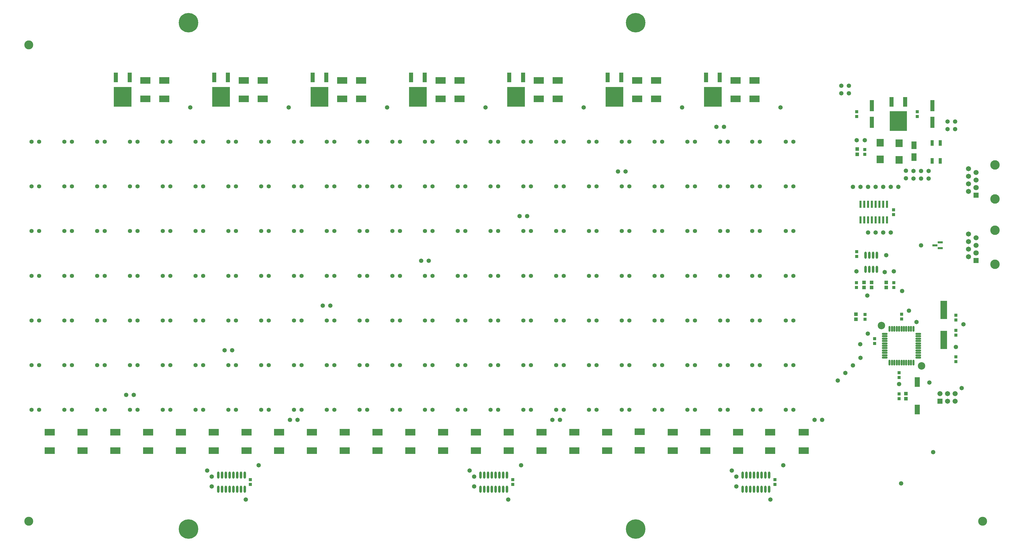
<source format=gts>
%FSLAX25Y25*%
%MOIN*%
G70*
G01*
G75*
G04 Layer_Color=8388736*
%ADD10C,0.03937*%
%ADD11R,0.12992X0.07874*%
%ADD12R,0.22638X0.25590*%
%ADD13R,0.04921X0.12008*%
%ADD14O,0.02362X0.08661*%
%ADD15R,0.03543X0.03543*%
%ADD16O,0.02165X0.06890*%
%ADD17O,0.06890X0.02165*%
%ADD18R,0.03347X0.03347*%
%ADD19R,0.03937X0.03937*%
%ADD20R,0.06299X0.11811*%
%ADD21R,0.07874X0.23622*%
%ADD22R,0.06299X0.02362*%
%ADD23R,0.04724X0.13780*%
%ADD24R,0.08661X0.09252*%
%ADD25R,0.06102X0.09252*%
%ADD26R,0.03347X0.06693*%
%ADD27R,0.21850X0.25590*%
%ADD28R,0.02362X0.08661*%
%ADD29C,0.05000*%
%ADD30C,0.02000*%
%ADD31C,0.03000*%
%ADD32C,0.01500*%
%ADD33C,0.02500*%
%ADD34C,0.01000*%
%ADD35C,0.25000*%
%ADD36C,0.04724*%
%ADD37C,0.04724*%
%ADD38R,0.05906X0.05906*%
%ADD39C,0.05906*%
%ADD40C,0.05906*%
%ADD41C,0.06299*%
%ADD42C,0.11614*%
%ADD43R,0.05906X0.05906*%
%ADD44C,0.05000*%
%ADD45C,0.03937*%
%ADD46C,0.00984*%
%ADD47C,0.02362*%
%ADD48C,0.00787*%
%ADD49C,0.11811*%
%ADD50R,0.13792X0.08674*%
%ADD51R,0.23438X0.26391*%
%ADD52R,0.05721X0.12808*%
%ADD53O,0.03162X0.09461*%
%ADD54R,0.04343X0.04343*%
%ADD55O,0.02965X0.07690*%
%ADD56O,0.07690X0.02965*%
%ADD57C,0.09843*%
%ADD58R,0.04147X0.04147*%
%ADD59R,0.04737X0.04737*%
%ADD60R,0.07099X0.12611*%
%ADD61R,0.08674X0.24422*%
%ADD62R,0.07099X0.03162*%
%ADD63R,0.05524X0.14579*%
%ADD64R,0.09461X0.10052*%
%ADD65R,0.06902X0.10052*%
%ADD66R,0.04147X0.07493*%
%ADD67R,0.22650X0.26391*%
%ADD68R,0.03162X0.09461*%
%ADD69C,0.25800*%
%ADD70C,0.05524*%
%ADD71C,0.05524*%
%ADD72R,0.06706X0.06706*%
%ADD73C,0.06706*%
%ADD74C,0.06706*%
%ADD75C,0.07099*%
%ADD76C,0.12414*%
%ADD77R,0.06706X0.06706*%
%ADD78C,0.05800*%
D49*
X472441Y708661D02*
D03*
X1732284Y78740D02*
D03*
X472441D02*
D03*
D50*
X1496063Y196551D02*
D03*
Y172142D02*
D03*
X1276079Y661705D02*
D03*
Y637295D02*
D03*
X1146157Y661705D02*
D03*
Y637295D02*
D03*
X1016236Y661705D02*
D03*
Y637295D02*
D03*
X886315Y661705D02*
D03*
Y637295D02*
D03*
X756394Y661705D02*
D03*
Y637295D02*
D03*
X626472Y661705D02*
D03*
Y637295D02*
D03*
X1301079Y637295D02*
D03*
X1171157D02*
D03*
X1041236D02*
D03*
X911315D02*
D03*
X781394D02*
D03*
X651472Y637295D02*
D03*
Y661705D02*
D03*
X781394Y661705D02*
D03*
X911315D02*
D03*
X1041236D02*
D03*
X1171157D02*
D03*
X1301079D02*
D03*
X933071Y172142D02*
D03*
X976378D02*
D03*
X1019685D02*
D03*
X1062992D02*
D03*
X1106299D02*
D03*
X1149606D02*
D03*
Y196551D02*
D03*
X1106299D02*
D03*
X1062992D02*
D03*
X1019685D02*
D03*
X976378D02*
D03*
X933071D02*
D03*
X500000Y172142D02*
D03*
X543307D02*
D03*
X586614D02*
D03*
X629921D02*
D03*
X673228D02*
D03*
X716535D02*
D03*
X759842D02*
D03*
X803150D02*
D03*
X846457D02*
D03*
X889764D02*
D03*
Y196551D02*
D03*
X846457D02*
D03*
X803150D02*
D03*
X759842D02*
D03*
X716535D02*
D03*
X673228D02*
D03*
X629921D02*
D03*
X586614D02*
D03*
X543307D02*
D03*
X500000D02*
D03*
X1406000Y661705D02*
D03*
Y637295D02*
D03*
X1431000Y637295D02*
D03*
Y661705D02*
D03*
X1192913Y196551D02*
D03*
X1236220D02*
D03*
X1322835Y172142D02*
D03*
Y196551D02*
D03*
X1192913Y172142D02*
D03*
X1236220D02*
D03*
X1279315Y172693D02*
D03*
Y197102D02*
D03*
X1366142Y172142D02*
D03*
Y196551D02*
D03*
X1409449Y172142D02*
D03*
Y196551D02*
D03*
X1451740Y172134D02*
D03*
Y196543D02*
D03*
D51*
X1246079Y640051D02*
D03*
X1116158D02*
D03*
X986236D02*
D03*
X856315D02*
D03*
X726394Y640051D02*
D03*
X596472D02*
D03*
X1376000Y640051D02*
D03*
D52*
X1255134Y665445D02*
D03*
X1125213D02*
D03*
X995291D02*
D03*
X865370D02*
D03*
X735449Y665445D02*
D03*
X605528D02*
D03*
X587417D02*
D03*
X717339D02*
D03*
X847260Y665445D02*
D03*
X977181D02*
D03*
X1107102D02*
D03*
X1237024D02*
D03*
X1385055D02*
D03*
X1366945D02*
D03*
X1612055Y633149D02*
D03*
X1630087D02*
D03*
D53*
X1104004Y121150D02*
D03*
X1099004D02*
D03*
X1084004D02*
D03*
X1079004D02*
D03*
X1074004D02*
D03*
X1069004D02*
D03*
Y140047D02*
D03*
X1079004D02*
D03*
X1084004D02*
D03*
X1089004D02*
D03*
X1094004D02*
D03*
X1099004D02*
D03*
X1094004Y121150D02*
D03*
X1089004D02*
D03*
X1104004Y140047D02*
D03*
X1074004D02*
D03*
X757547Y121150D02*
D03*
X752547D02*
D03*
X747547D02*
D03*
X742547D02*
D03*
X737547D02*
D03*
X732547D02*
D03*
X727547D02*
D03*
X722547D02*
D03*
Y140047D02*
D03*
X727547D02*
D03*
X732547D02*
D03*
X737547D02*
D03*
X742547D02*
D03*
X747547D02*
D03*
X752547D02*
D03*
X757547D02*
D03*
X1450461Y121150D02*
D03*
X1440461D02*
D03*
X1435461D02*
D03*
X1430461D02*
D03*
X1425461D02*
D03*
X1415461D02*
D03*
Y140047D02*
D03*
X1420461D02*
D03*
X1425461D02*
D03*
X1430461D02*
D03*
X1435461D02*
D03*
X1440461D02*
D03*
X1450461D02*
D03*
X1445461D02*
D03*
X1420461Y121150D02*
D03*
X1445461D02*
D03*
X1577571Y430654D02*
D03*
X1592571Y411756D02*
D03*
X1587571D02*
D03*
X1582571D02*
D03*
X1577571D02*
D03*
X1592571Y430654D02*
D03*
X1587571D02*
D03*
X1582571D02*
D03*
D54*
X765047Y127449D02*
D03*
Y133748D02*
D03*
X1111504Y127449D02*
D03*
Y133748D02*
D03*
X1457961Y127449D02*
D03*
Y133748D02*
D03*
X1622071Y241055D02*
D03*
Y247354D02*
D03*
X1697071Y351354D02*
D03*
Y345055D02*
D03*
X1622071Y275354D02*
D03*
Y269055D02*
D03*
X1697071Y290055D02*
D03*
Y296354D02*
D03*
X1625181Y346205D02*
D03*
Y352504D02*
D03*
X1697071Y325055D02*
D03*
Y331354D02*
D03*
X1566071Y620354D02*
D03*
X1646071D02*
D03*
Y614055D02*
D03*
X1566071D02*
D03*
X1589764Y313917D02*
D03*
X1614500Y484350D02*
D03*
Y490650D02*
D03*
X1589764Y320216D02*
D03*
X1566000Y429055D02*
D03*
Y435355D02*
D03*
D55*
X1640929Y288666D02*
D03*
X1637779D02*
D03*
X1634630D02*
D03*
X1631480D02*
D03*
X1628331D02*
D03*
X1615732D02*
D03*
X1612583D02*
D03*
X1609433D02*
D03*
X1612583Y333154D02*
D03*
X1615732D02*
D03*
X1618882D02*
D03*
X1628331D02*
D03*
X1631480D02*
D03*
X1640929D02*
D03*
X1637779D02*
D03*
X1634630D02*
D03*
X1625181D02*
D03*
X1622032D02*
D03*
X1609433D02*
D03*
X1618882Y288666D02*
D03*
X1622032D02*
D03*
X1625181D02*
D03*
D56*
X1602937Y307760D02*
D03*
Y317209D02*
D03*
Y320358D02*
D03*
Y323508D02*
D03*
Y326658D02*
D03*
X1647425Y295162D02*
D03*
Y298311D02*
D03*
Y301461D02*
D03*
Y304610D02*
D03*
Y307760D02*
D03*
Y310910D02*
D03*
Y314059D02*
D03*
Y317209D02*
D03*
Y320358D02*
D03*
Y323508D02*
D03*
Y326658D02*
D03*
X1602937Y314059D02*
D03*
Y310910D02*
D03*
Y304610D02*
D03*
Y301461D02*
D03*
Y298311D02*
D03*
Y295162D02*
D03*
D57*
X1598669Y337504D02*
D03*
X1651772Y284303D02*
D03*
D58*
X1577071Y346055D02*
D03*
Y352354D02*
D03*
X1565571Y394354D02*
D03*
X1615071Y394354D02*
D03*
X1565571Y388055D02*
D03*
X1615071Y388055D02*
D03*
X1576571Y570354D02*
D03*
Y564055D02*
D03*
D59*
X1631071Y240858D02*
D03*
Y247551D02*
D03*
X1565071Y345858D02*
D03*
Y352551D02*
D03*
X1575571Y394551D02*
D03*
X1605071Y394551D02*
D03*
X1575571Y387858D02*
D03*
X1605071Y387858D02*
D03*
X1585571Y394551D02*
D03*
Y387858D02*
D03*
X1566768Y564055D02*
D03*
Y570748D02*
D03*
D60*
X1646071Y226705D02*
D03*
Y262846D02*
D03*
D61*
X1681071Y318705D02*
D03*
Y358075D02*
D03*
D62*
X1676331Y439965D02*
D03*
Y447445D02*
D03*
X1669244Y443705D02*
D03*
D63*
X1586071Y628205D02*
D03*
X1666071Y628205D02*
D03*
Y606205D02*
D03*
X1586071Y606205D02*
D03*
D64*
X1597071Y579205D02*
D03*
X1622071Y578728D02*
D03*
Y556681D02*
D03*
X1597071Y557158D02*
D03*
D65*
X1641571Y560205D02*
D03*
Y575756D02*
D03*
D66*
X1665815Y555394D02*
D03*
X1676327D02*
D03*
Y579016D02*
D03*
X1665815D02*
D03*
D67*
X1621071Y607756D02*
D03*
D68*
X1571000Y477264D02*
D03*
X1576000D02*
D03*
X1581000D02*
D03*
X1586000D02*
D03*
X1591000D02*
D03*
X1596000D02*
D03*
X1601000D02*
D03*
X1606000D02*
D03*
X1571000Y497736D02*
D03*
X1576000D02*
D03*
X1581000D02*
D03*
X1586000D02*
D03*
X1591000D02*
D03*
X1596000D02*
D03*
X1601000D02*
D03*
X1606000D02*
D03*
D69*
X1273851Y737800D02*
D03*
X683300D02*
D03*
X1273851Y68509D02*
D03*
X683300D02*
D03*
D70*
X1255665Y580551D02*
D03*
X1265664D02*
D03*
X1298972Y403386D02*
D03*
X1308972D02*
D03*
X1385586Y580551D02*
D03*
X1472200Y226221D02*
D03*
X1482200D02*
D03*
X1395586Y580551D02*
D03*
X486137D02*
D03*
X476137D02*
D03*
X486137Y521496D02*
D03*
Y462441D02*
D03*
X476137D02*
D03*
X486137Y403386D02*
D03*
X476137D02*
D03*
X486137Y344331D02*
D03*
X476137D02*
D03*
X486137Y285276D02*
D03*
X476137D02*
D03*
X486137Y226221D02*
D03*
X476137D02*
D03*
X529444Y580551D02*
D03*
X519444D02*
D03*
X529444Y521496D02*
D03*
X519444D02*
D03*
X529444Y462441D02*
D03*
X519444D02*
D03*
X529444Y403386D02*
D03*
X519444D02*
D03*
X529444Y344331D02*
D03*
X519444D02*
D03*
X529444Y285276D02*
D03*
X519444D02*
D03*
X529444Y226221D02*
D03*
X519444D02*
D03*
X572751Y580551D02*
D03*
X562751D02*
D03*
X572751Y521496D02*
D03*
X562751D02*
D03*
X572751Y462441D02*
D03*
X562751D02*
D03*
X572751Y403386D02*
D03*
X562751D02*
D03*
X572751Y344331D02*
D03*
X562751D02*
D03*
X572751Y285276D02*
D03*
X562751D02*
D03*
X572751Y226221D02*
D03*
X562751D02*
D03*
X616058Y580551D02*
D03*
X606058D02*
D03*
X616058Y521496D02*
D03*
X606058D02*
D03*
X616058Y462441D02*
D03*
X606058D02*
D03*
X616058Y403386D02*
D03*
X606058D02*
D03*
X616058Y344331D02*
D03*
X606058D02*
D03*
X616058Y285276D02*
D03*
X606058D02*
D03*
X616058Y226221D02*
D03*
X606058D02*
D03*
X659365Y580551D02*
D03*
X649365D02*
D03*
X659365Y521496D02*
D03*
X649365D02*
D03*
X659365Y462441D02*
D03*
X649365D02*
D03*
X659365Y403386D02*
D03*
X649365D02*
D03*
X659365Y344331D02*
D03*
X649365D02*
D03*
X659365Y285276D02*
D03*
X649365D02*
D03*
X659365Y226221D02*
D03*
X649365D02*
D03*
X702672Y580551D02*
D03*
X692672D02*
D03*
X702672Y521496D02*
D03*
X692672D02*
D03*
X702672Y462441D02*
D03*
X692672D02*
D03*
X702672Y403386D02*
D03*
X692672D02*
D03*
X702672Y344331D02*
D03*
X692672D02*
D03*
X702672Y285276D02*
D03*
X692672D02*
D03*
X702672Y226221D02*
D03*
X692672D02*
D03*
X745979Y580551D02*
D03*
X735980D02*
D03*
X745979Y521496D02*
D03*
X735980D02*
D03*
X745979Y462441D02*
D03*
X735980D02*
D03*
X745979Y403386D02*
D03*
X735980D02*
D03*
X745979Y344331D02*
D03*
X735980D02*
D03*
X745979Y285276D02*
D03*
X735980D02*
D03*
X745979Y226221D02*
D03*
X735980D02*
D03*
X789287Y580551D02*
D03*
X779287D02*
D03*
X789287Y521496D02*
D03*
X779287D02*
D03*
X789287Y462441D02*
D03*
X779287D02*
D03*
X789287Y403386D02*
D03*
X779287D02*
D03*
X789287Y344331D02*
D03*
X779287D02*
D03*
X789287Y285276D02*
D03*
X779287D02*
D03*
X789287Y226221D02*
D03*
X779287D02*
D03*
X832594Y580551D02*
D03*
X822594D02*
D03*
X832594Y521496D02*
D03*
X822594D02*
D03*
X832594Y462441D02*
D03*
X822594D02*
D03*
X832594Y403386D02*
D03*
X822594D02*
D03*
X832594Y344331D02*
D03*
X822594D02*
D03*
X832594Y285276D02*
D03*
X822594D02*
D03*
X832594Y226221D02*
D03*
X822594D02*
D03*
X875901Y580551D02*
D03*
X865901D02*
D03*
X875901Y521496D02*
D03*
X865901D02*
D03*
X875901Y462441D02*
D03*
X865901D02*
D03*
X875901Y403386D02*
D03*
X865901D02*
D03*
X875901Y344331D02*
D03*
X865901D02*
D03*
X875901Y285276D02*
D03*
X865901D02*
D03*
X875901Y226221D02*
D03*
X865901D02*
D03*
X919208Y580551D02*
D03*
X909208D02*
D03*
X919208Y521496D02*
D03*
X909208D02*
D03*
X919208Y462441D02*
D03*
X909208D02*
D03*
X919208Y403386D02*
D03*
X909208D02*
D03*
X919208Y344331D02*
D03*
X909208D02*
D03*
X919208Y285276D02*
D03*
X909208D02*
D03*
X919208Y226221D02*
D03*
X909208D02*
D03*
X962515Y580551D02*
D03*
X952515D02*
D03*
X962515Y521496D02*
D03*
X952515D02*
D03*
X962515Y462441D02*
D03*
X952515D02*
D03*
X962515Y403386D02*
D03*
X952515D02*
D03*
X962515Y344331D02*
D03*
X952515D02*
D03*
X962515Y285276D02*
D03*
X952515D02*
D03*
X962515Y226221D02*
D03*
X952515D02*
D03*
X1005822Y580551D02*
D03*
X995822D02*
D03*
X1005822Y521496D02*
D03*
X995822D02*
D03*
X1005822Y462441D02*
D03*
X995822D02*
D03*
X1005822Y403386D02*
D03*
X995822D02*
D03*
X1005822Y344331D02*
D03*
X995822D02*
D03*
X1005822Y285276D02*
D03*
X995822D02*
D03*
X1005822Y226221D02*
D03*
X995822D02*
D03*
X1049129Y580551D02*
D03*
X1039129D02*
D03*
X1049129Y521496D02*
D03*
X1039129D02*
D03*
X1049129Y462441D02*
D03*
X1039129D02*
D03*
X1049129Y403386D02*
D03*
X1039129D02*
D03*
X1049129Y344331D02*
D03*
X1039129D02*
D03*
X1049129Y285276D02*
D03*
X1039129D02*
D03*
X1049129Y226221D02*
D03*
X1039129D02*
D03*
X1092436Y580551D02*
D03*
X1082436D02*
D03*
X1092436Y521496D02*
D03*
X1082436D02*
D03*
X1092436Y462441D02*
D03*
X1082436D02*
D03*
X1092436Y403386D02*
D03*
X1082436D02*
D03*
X1092436Y344331D02*
D03*
X1082436D02*
D03*
X1092436Y285276D02*
D03*
X1082436D02*
D03*
X1092436Y226221D02*
D03*
X1082436D02*
D03*
X1135743Y580551D02*
D03*
X1125743D02*
D03*
X1135743Y521496D02*
D03*
X1125743D02*
D03*
X1135743Y462441D02*
D03*
X1125743D02*
D03*
X1135743Y403386D02*
D03*
X1125743D02*
D03*
X1135743Y344331D02*
D03*
X1125743D02*
D03*
X1135743Y285276D02*
D03*
X1125743D02*
D03*
X1135743Y226221D02*
D03*
X1125743D02*
D03*
X1179050Y580551D02*
D03*
X1169050D02*
D03*
X1179050Y521496D02*
D03*
X1169050D02*
D03*
X1179050Y462441D02*
D03*
X1169050D02*
D03*
X1179050Y403386D02*
D03*
X1169050D02*
D03*
X1179050Y344331D02*
D03*
X1169050D02*
D03*
X1179050Y285276D02*
D03*
X1169050D02*
D03*
X1179050Y226221D02*
D03*
X1169050D02*
D03*
X1222357Y580551D02*
D03*
X1212358D02*
D03*
X1222357Y521496D02*
D03*
X1212358D02*
D03*
X1222357Y462441D02*
D03*
X1212358D02*
D03*
X1222357Y403386D02*
D03*
X1212358D02*
D03*
X1222357Y344331D02*
D03*
X1212358D02*
D03*
X1222357Y285276D02*
D03*
X1212358D02*
D03*
X1222357Y226221D02*
D03*
X1212358D02*
D03*
X1265664Y521496D02*
D03*
X1255665D02*
D03*
X1265664Y462441D02*
D03*
X1255665D02*
D03*
X1265664Y403386D02*
D03*
X1255665D02*
D03*
X1265664Y344331D02*
D03*
X1255665D02*
D03*
X1265664Y285276D02*
D03*
X1255665D02*
D03*
X1265664Y226221D02*
D03*
X1255665D02*
D03*
X1308972Y580551D02*
D03*
X1298972D02*
D03*
X1308972Y521496D02*
D03*
X1298972D02*
D03*
X1308972Y462441D02*
D03*
X1298972D02*
D03*
X1308972Y344331D02*
D03*
X1298972D02*
D03*
X1308972Y285276D02*
D03*
X1298972D02*
D03*
X1308972Y226221D02*
D03*
X1298972D02*
D03*
X1352279Y580551D02*
D03*
X1342279D02*
D03*
X1352279Y521496D02*
D03*
X1342279D02*
D03*
X1352279Y462441D02*
D03*
X1342279D02*
D03*
X1352279Y403386D02*
D03*
X1342279D02*
D03*
X1352279Y344331D02*
D03*
X1342279D02*
D03*
X1352279Y285276D02*
D03*
X1342279D02*
D03*
X1352279Y226221D02*
D03*
X1342279D02*
D03*
X1395586Y521496D02*
D03*
X1385586D02*
D03*
X1395586Y462441D02*
D03*
X1385586D02*
D03*
X1395586Y403386D02*
D03*
X1385586D02*
D03*
X1395586Y344331D02*
D03*
X1385586D02*
D03*
X1395586Y285276D02*
D03*
X1385586D02*
D03*
X1395586Y226221D02*
D03*
X1385586D02*
D03*
X1437877Y580543D02*
D03*
X1427877D02*
D03*
X1437877Y521488D02*
D03*
X1427877D02*
D03*
X1437877Y462433D02*
D03*
X1427877D02*
D03*
X1437877Y403378D02*
D03*
X1427877D02*
D03*
X1437877Y344323D02*
D03*
X1427877D02*
D03*
X1437877Y285268D02*
D03*
X1427877D02*
D03*
X1438893Y226221D02*
D03*
X1428893D02*
D03*
X1472200Y580551D02*
D03*
Y521496D02*
D03*
Y462441D02*
D03*
Y403386D02*
D03*
Y344331D02*
D03*
Y285276D02*
D03*
X1482200Y580551D02*
D03*
Y521496D02*
D03*
Y462441D02*
D03*
Y403386D02*
D03*
Y344331D02*
D03*
Y285276D02*
D03*
D71*
X476137Y521496D02*
D03*
D72*
X1676071Y237551D02*
D03*
D73*
Y247551D02*
D03*
X1686071Y237551D02*
D03*
Y247551D02*
D03*
X1696071Y237551D02*
D03*
Y247551D02*
D03*
D74*
X1713571Y448705D02*
D03*
Y438705D02*
D03*
X1723571Y443705D02*
D03*
X1713575Y535043D02*
D03*
Y525043D02*
D03*
X1723575Y530043D02*
D03*
X1713575Y515043D02*
D03*
X1723575Y540043D02*
D03*
X1713575Y545043D02*
D03*
X1713571Y428705D02*
D03*
X1723571Y453705D02*
D03*
X1713571Y458705D02*
D03*
D75*
X1723571Y433705D02*
D03*
X1723575Y520043D02*
D03*
D76*
X1748571Y418705D02*
D03*
Y463705D02*
D03*
X1748575Y505043D02*
D03*
Y550043D02*
D03*
D77*
X1723575Y510043D02*
D03*
X1723571Y423705D02*
D03*
D78*
X600983Y245942D02*
D03*
X610983D02*
D03*
X730904Y304997D02*
D03*
X740904D02*
D03*
X860825Y364052D02*
D03*
X870825D02*
D03*
X990746Y423107D02*
D03*
X1000747D02*
D03*
X1120668Y482162D02*
D03*
X1130668D02*
D03*
X1250589Y541218D02*
D03*
X1260589D02*
D03*
X815704Y626000D02*
D03*
X945625D02*
D03*
X1205468D02*
D03*
X1335389D02*
D03*
X1075546D02*
D03*
X685783D02*
D03*
X1105504Y107599D02*
D03*
X1060591Y124858D02*
D03*
X1122591Y152858D02*
D03*
X1060591Y137858D02*
D03*
X714134D02*
D03*
Y124858D02*
D03*
X759047Y107599D02*
D03*
X776134Y152858D02*
D03*
X827487Y213000D02*
D03*
X817487D02*
D03*
X708134Y145858D02*
D03*
X1173943Y213000D02*
D03*
X1163943D02*
D03*
X1054591Y145858D02*
D03*
X1465310Y626000D02*
D03*
X1390510Y600273D02*
D03*
X1380510D02*
D03*
X1407047Y137858D02*
D03*
X1469047Y152858D02*
D03*
X1451961Y107598D02*
D03*
X1407047Y124858D02*
D03*
X1401047Y145858D02*
D03*
X1704811Y254961D02*
D03*
X1667071Y170205D02*
D03*
X1622071Y260205D02*
D03*
X1603071Y408205D02*
D03*
X1626071Y383205D02*
D03*
X1580500Y327000D02*
D03*
X1645071Y342205D02*
D03*
X1661000Y542000D02*
D03*
X1631071Y542205D02*
D03*
Y532205D02*
D03*
X1661000Y532000D02*
D03*
X1651000Y542000D02*
D03*
X1641000D02*
D03*
Y532000D02*
D03*
X1651000D02*
D03*
X1662071Y262205D02*
D03*
X1707071Y339205D02*
D03*
X1697071Y309205D02*
D03*
X1570800Y312800D02*
D03*
X1635071Y357205D02*
D03*
X1580071Y377205D02*
D03*
X1686071Y607205D02*
D03*
X1696071D02*
D03*
Y597205D02*
D03*
X1686071D02*
D03*
X1566071Y582705D02*
D03*
X1651071Y443705D02*
D03*
X1565571Y409205D02*
D03*
X1615071D02*
D03*
X1576571Y582705D02*
D03*
X1605071Y430705D02*
D03*
X1616071Y602205D02*
D03*
Y612205D02*
D03*
X1626071Y602205D02*
D03*
Y612205D02*
D03*
X1561000Y285000D02*
D03*
X1551000Y275000D02*
D03*
X1541000Y265000D02*
D03*
X1571000Y295000D02*
D03*
X1621000Y521000D02*
D03*
X1611000D02*
D03*
X1601000D02*
D03*
X1591000D02*
D03*
X1581000D02*
D03*
X1571000D02*
D03*
X1561000D02*
D03*
X1611000Y460528D02*
D03*
X1601000D02*
D03*
X1591000D02*
D03*
X1581000D02*
D03*
X1510400Y213000D02*
D03*
X1520400D02*
D03*
X1545500Y644500D02*
D03*
X1555500D02*
D03*
Y654500D02*
D03*
X1545500D02*
D03*
X1624500Y129000D02*
D03*
M02*

</source>
